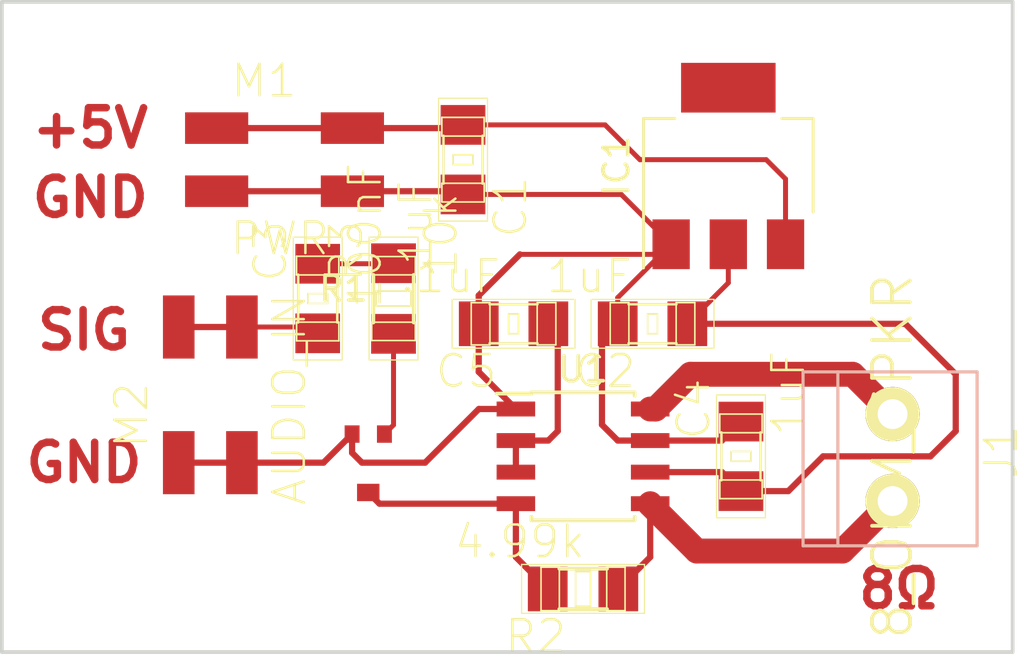
<source format=kicad_pcb>
(kicad_pcb (version 4) (host pcbnew 4.0.6)

  (general
    (links 28)
    (no_connects 0)
    (area 146.228999 112.446999 187.94852 139.5158)
    (thickness 1.6)
    (drawings 9)
    (tracks 73)
    (zones 0)
    (modules 13)
    (nets 11)
  )

  (page A4)
  (layers
    (0 F.Cu signal)
    (31 B.Cu signal)
    (32 B.Adhes user)
    (33 F.Adhes user)
    (34 B.Paste user)
    (35 F.Paste user)
    (36 B.SilkS user)
    (37 F.SilkS user)
    (38 B.Mask user)
    (39 F.Mask user)
    (40 Dwgs.User user)
    (41 Cmts.User user)
    (42 Eco1.User user)
    (43 Eco2.User user)
    (44 Edge.Cuts user)
    (45 Margin user)
    (46 B.CrtYd user)
    (47 F.CrtYd user)
    (48 B.Fab user)
    (49 F.Fab user)
  )

  (setup
    (last_trace_width 0.2)
    (trace_clearance 0.4)
    (zone_clearance 0.508)
    (zone_45_only no)
    (trace_min 0.2)
    (segment_width 0.2)
    (edge_width 0.15)
    (via_size 0.6)
    (via_drill 0.4)
    (via_min_size 0.4)
    (via_min_drill 0.3)
    (uvia_size 0.3)
    (uvia_drill 0.1)
    (uvias_allowed no)
    (uvia_min_size 0.2)
    (uvia_min_drill 0.1)
    (pcb_text_width 0.3)
    (pcb_text_size 1.5 1.5)
    (mod_edge_width 0.15)
    (mod_text_size 1 1)
    (mod_text_width 0.15)
    (pad_size 2 1.5)
    (pad_drill 0)
    (pad_to_mask_clearance 0.2)
    (aux_axis_origin 0 0)
    (visible_elements FFFFFF3F)
    (pcbplotparams
      (layerselection 0x00030_80000001)
      (usegerberextensions false)
      (excludeedgelayer true)
      (linewidth 0.100000)
      (plotframeref false)
      (viasonmask false)
      (mode 1)
      (useauxorigin false)
      (hpglpennumber 1)
      (hpglpenspeed 20)
      (hpglpendiameter 15)
      (hpglpenoverlay 2)
      (psnegative false)
      (psa4output false)
      (plotreference true)
      (plotvalue true)
      (plotinvisibletext false)
      (padsonsilk false)
      (subtractmaskfromsilk false)
      (outputformat 1)
      (mirror false)
      (drillshape 1)
      (scaleselection 1)
      (outputdirectory ""))
  )

  (net 0 "")
  (net 1 /SIG)
  (net 2 VCC)
  (net 3 GND)
  (net 4 /-)
  (net 5 /Vo1)
  (net 6 /+)
  (net 7 /Vo2)
  (net 8 +5V)
  (net 9 "Net-(C3-Pad2)")
  (net 10 "Net-(R1-Pad1)")

  (net_class Default "This is the default net class."
    (clearance 0.4)
    (trace_width 0.2)
    (via_dia 0.6)
    (via_drill 0.4)
    (uvia_dia 0.3)
    (uvia_drill 0.1)
    (add_net +5V)
    (add_net /+)
    (add_net /-)
    (add_net /SIG)
    (add_net /Vo1)
    (add_net /Vo2)
    (add_net GND)
    (add_net "Net-(C3-Pad2)")
    (add_net "Net-(R1-Pad1)")
    (add_net VCC)
  )

  (module fab:fab-C1206 (layer F.Cu) (tedit 200000) (tstamp 5A2D6FBC)
    (at 164.846 118.872 270)
    (descr CAPACITOR)
    (tags CAPACITOR)
    (path /5A2D678F)
    (attr smd)
    (fp_text reference C1 (at 1.905 -1.905 270) (layer F.SilkS)
      (effects (font (size 1.27 1.27) (thickness 0.1016)))
    )
    (fp_text value 1uF (at 2.54 1.905 270) (layer F.SilkS)
      (effects (font (size 1.27 1.27) (thickness 0.1016)))
    )
    (fp_line (start -1.7018 0.8509) (end -0.94996 0.8509) (layer F.SilkS) (width 0.06604))
    (fp_line (start -0.94996 0.8509) (end -0.94996 -0.84836) (layer F.SilkS) (width 0.06604))
    (fp_line (start -1.7018 -0.84836) (end -0.94996 -0.84836) (layer F.SilkS) (width 0.06604))
    (fp_line (start -1.7018 0.8509) (end -1.7018 -0.84836) (layer F.SilkS) (width 0.06604))
    (fp_line (start 0.94996 0.84836) (end 1.7018 0.84836) (layer F.SilkS) (width 0.06604))
    (fp_line (start 1.7018 0.84836) (end 1.7018 -0.8509) (layer F.SilkS) (width 0.06604))
    (fp_line (start 0.94996 -0.8509) (end 1.7018 -0.8509) (layer F.SilkS) (width 0.06604))
    (fp_line (start 0.94996 0.84836) (end 0.94996 -0.8509) (layer F.SilkS) (width 0.06604))
    (fp_line (start -0.19812 0.39878) (end 0.19812 0.39878) (layer F.SilkS) (width 0.06604))
    (fp_line (start 0.19812 0.39878) (end 0.19812 -0.39878) (layer F.SilkS) (width 0.06604))
    (fp_line (start -0.19812 -0.39878) (end 0.19812 -0.39878) (layer F.SilkS) (width 0.06604))
    (fp_line (start -0.19812 0.39878) (end -0.19812 -0.39878) (layer F.SilkS) (width 0.06604))
    (fp_line (start -2.47142 -0.98298) (end 2.47142 -0.98298) (layer F.SilkS) (width 0.0508))
    (fp_line (start 2.47142 0.98298) (end -2.47142 0.98298) (layer F.SilkS) (width 0.0508))
    (fp_line (start -2.47142 0.98298) (end -2.47142 -0.98298) (layer F.SilkS) (width 0.0508))
    (fp_line (start 2.47142 -0.98298) (end 2.47142 0.98298) (layer F.SilkS) (width 0.0508))
    (fp_line (start -0.96266 -0.78486) (end 0.96266 -0.78486) (layer F.SilkS) (width 0.1016))
    (fp_line (start -0.96266 0.78486) (end 0.96266 0.78486) (layer F.SilkS) (width 0.1016))
    (pad 1 smd rect (at -1.39954 0 270) (size 1.59766 1.79832) (layers F.Cu F.Paste F.Mask)
      (net 8 +5V))
    (pad 2 smd rect (at 1.39954 0 270) (size 1.59766 1.79832) (layers F.Cu F.Paste F.Mask)
      (net 3 GND))
  )

  (module fab:fab-C1206 (layer F.Cu) (tedit 200000) (tstamp 5A2D6FC2)
    (at 172.466 125.476 180)
    (descr CAPACITOR)
    (tags CAPACITOR)
    (path /5A2D6B8C)
    (attr smd)
    (fp_text reference C2 (at 1.905 -1.905 180) (layer F.SilkS)
      (effects (font (size 1.27 1.27) (thickness 0.1016)))
    )
    (fp_text value 1uF (at 2.54 1.905 180) (layer F.SilkS)
      (effects (font (size 1.27 1.27) (thickness 0.1016)))
    )
    (fp_line (start -1.7018 0.8509) (end -0.94996 0.8509) (layer F.SilkS) (width 0.06604))
    (fp_line (start -0.94996 0.8509) (end -0.94996 -0.84836) (layer F.SilkS) (width 0.06604))
    (fp_line (start -1.7018 -0.84836) (end -0.94996 -0.84836) (layer F.SilkS) (width 0.06604))
    (fp_line (start -1.7018 0.8509) (end -1.7018 -0.84836) (layer F.SilkS) (width 0.06604))
    (fp_line (start 0.94996 0.84836) (end 1.7018 0.84836) (layer F.SilkS) (width 0.06604))
    (fp_line (start 1.7018 0.84836) (end 1.7018 -0.8509) (layer F.SilkS) (width 0.06604))
    (fp_line (start 0.94996 -0.8509) (end 1.7018 -0.8509) (layer F.SilkS) (width 0.06604))
    (fp_line (start 0.94996 0.84836) (end 0.94996 -0.8509) (layer F.SilkS) (width 0.06604))
    (fp_line (start -0.19812 0.39878) (end 0.19812 0.39878) (layer F.SilkS) (width 0.06604))
    (fp_line (start 0.19812 0.39878) (end 0.19812 -0.39878) (layer F.SilkS) (width 0.06604))
    (fp_line (start -0.19812 -0.39878) (end 0.19812 -0.39878) (layer F.SilkS) (width 0.06604))
    (fp_line (start -0.19812 0.39878) (end -0.19812 -0.39878) (layer F.SilkS) (width 0.06604))
    (fp_line (start -2.47142 -0.98298) (end 2.47142 -0.98298) (layer F.SilkS) (width 0.0508))
    (fp_line (start 2.47142 0.98298) (end -2.47142 0.98298) (layer F.SilkS) (width 0.0508))
    (fp_line (start -2.47142 0.98298) (end -2.47142 -0.98298) (layer F.SilkS) (width 0.0508))
    (fp_line (start 2.47142 -0.98298) (end 2.47142 0.98298) (layer F.SilkS) (width 0.0508))
    (fp_line (start -0.96266 -0.78486) (end 0.96266 -0.78486) (layer F.SilkS) (width 0.1016))
    (fp_line (start -0.96266 0.78486) (end 0.96266 0.78486) (layer F.SilkS) (width 0.1016))
    (pad 1 smd rect (at -1.39954 0 180) (size 1.59766 1.79832) (layers F.Cu F.Paste F.Mask)
      (net 2 VCC))
    (pad 2 smd rect (at 1.39954 0 180) (size 1.59766 1.79832) (layers F.Cu F.Paste F.Mask)
      (net 3 GND))
  )

  (module fab:fab-C1206 (layer F.Cu) (tedit 200000) (tstamp 5A2D6FC8)
    (at 159.004 124.46 90)
    (descr CAPACITOR)
    (tags CAPACITOR)
    (path /5A25B210)
    (attr smd)
    (fp_text reference C3 (at 1.905 -1.905 90) (layer F.SilkS)
      (effects (font (size 1.27 1.27) (thickness 0.1016)))
    )
    (fp_text value 100nF (at 2.54 1.905 90) (layer F.SilkS)
      (effects (font (size 1.27 1.27) (thickness 0.1016)))
    )
    (fp_line (start -1.7018 0.8509) (end -0.94996 0.8509) (layer F.SilkS) (width 0.06604))
    (fp_line (start -0.94996 0.8509) (end -0.94996 -0.84836) (layer F.SilkS) (width 0.06604))
    (fp_line (start -1.7018 -0.84836) (end -0.94996 -0.84836) (layer F.SilkS) (width 0.06604))
    (fp_line (start -1.7018 0.8509) (end -1.7018 -0.84836) (layer F.SilkS) (width 0.06604))
    (fp_line (start 0.94996 0.84836) (end 1.7018 0.84836) (layer F.SilkS) (width 0.06604))
    (fp_line (start 1.7018 0.84836) (end 1.7018 -0.8509) (layer F.SilkS) (width 0.06604))
    (fp_line (start 0.94996 -0.8509) (end 1.7018 -0.8509) (layer F.SilkS) (width 0.06604))
    (fp_line (start 0.94996 0.84836) (end 0.94996 -0.8509) (layer F.SilkS) (width 0.06604))
    (fp_line (start -0.19812 0.39878) (end 0.19812 0.39878) (layer F.SilkS) (width 0.06604))
    (fp_line (start 0.19812 0.39878) (end 0.19812 -0.39878) (layer F.SilkS) (width 0.06604))
    (fp_line (start -0.19812 -0.39878) (end 0.19812 -0.39878) (layer F.SilkS) (width 0.06604))
    (fp_line (start -0.19812 0.39878) (end -0.19812 -0.39878) (layer F.SilkS) (width 0.06604))
    (fp_line (start -2.47142 -0.98298) (end 2.47142 -0.98298) (layer F.SilkS) (width 0.0508))
    (fp_line (start 2.47142 0.98298) (end -2.47142 0.98298) (layer F.SilkS) (width 0.0508))
    (fp_line (start -2.47142 0.98298) (end -2.47142 -0.98298) (layer F.SilkS) (width 0.0508))
    (fp_line (start 2.47142 -0.98298) (end 2.47142 0.98298) (layer F.SilkS) (width 0.0508))
    (fp_line (start -0.96266 -0.78486) (end 0.96266 -0.78486) (layer F.SilkS) (width 0.1016))
    (fp_line (start -0.96266 0.78486) (end 0.96266 0.78486) (layer F.SilkS) (width 0.1016))
    (pad 1 smd rect (at -1.39954 0 90) (size 1.59766 1.79832) (layers F.Cu F.Paste F.Mask)
      (net 1 /SIG))
    (pad 2 smd rect (at 1.39954 0 90) (size 1.59766 1.79832) (layers F.Cu F.Paste F.Mask)
      (net 9 "Net-(C3-Pad2)"))
  )

  (module fab:fab-C1206 (layer F.Cu) (tedit 200000) (tstamp 5A2D6FCE)
    (at 176.022 130.81 90)
    (descr CAPACITOR)
    (tags CAPACITOR)
    (path /5A25B311)
    (attr smd)
    (fp_text reference C4 (at 1.905 -1.905 90) (layer F.SilkS)
      (effects (font (size 1.27 1.27) (thickness 0.1016)))
    )
    (fp_text value 1uF (at 2.54 1.905 90) (layer F.SilkS)
      (effects (font (size 1.27 1.27) (thickness 0.1016)))
    )
    (fp_line (start -1.7018 0.8509) (end -0.94996 0.8509) (layer F.SilkS) (width 0.06604))
    (fp_line (start -0.94996 0.8509) (end -0.94996 -0.84836) (layer F.SilkS) (width 0.06604))
    (fp_line (start -1.7018 -0.84836) (end -0.94996 -0.84836) (layer F.SilkS) (width 0.06604))
    (fp_line (start -1.7018 0.8509) (end -1.7018 -0.84836) (layer F.SilkS) (width 0.06604))
    (fp_line (start 0.94996 0.84836) (end 1.7018 0.84836) (layer F.SilkS) (width 0.06604))
    (fp_line (start 1.7018 0.84836) (end 1.7018 -0.8509) (layer F.SilkS) (width 0.06604))
    (fp_line (start 0.94996 -0.8509) (end 1.7018 -0.8509) (layer F.SilkS) (width 0.06604))
    (fp_line (start 0.94996 0.84836) (end 0.94996 -0.8509) (layer F.SilkS) (width 0.06604))
    (fp_line (start -0.19812 0.39878) (end 0.19812 0.39878) (layer F.SilkS) (width 0.06604))
    (fp_line (start 0.19812 0.39878) (end 0.19812 -0.39878) (layer F.SilkS) (width 0.06604))
    (fp_line (start -0.19812 -0.39878) (end 0.19812 -0.39878) (layer F.SilkS) (width 0.06604))
    (fp_line (start -0.19812 0.39878) (end -0.19812 -0.39878) (layer F.SilkS) (width 0.06604))
    (fp_line (start -2.47142 -0.98298) (end 2.47142 -0.98298) (layer F.SilkS) (width 0.0508))
    (fp_line (start 2.47142 0.98298) (end -2.47142 0.98298) (layer F.SilkS) (width 0.0508))
    (fp_line (start -2.47142 0.98298) (end -2.47142 -0.98298) (layer F.SilkS) (width 0.0508))
    (fp_line (start 2.47142 -0.98298) (end 2.47142 0.98298) (layer F.SilkS) (width 0.0508))
    (fp_line (start -0.96266 -0.78486) (end 0.96266 -0.78486) (layer F.SilkS) (width 0.1016))
    (fp_line (start -0.96266 0.78486) (end 0.96266 0.78486) (layer F.SilkS) (width 0.1016))
    (pad 1 smd rect (at -1.39954 0 90) (size 1.59766 1.79832) (layers F.Cu F.Paste F.Mask)
      (net 2 VCC))
    (pad 2 smd rect (at 1.39954 0 90) (size 1.59766 1.79832) (layers F.Cu F.Paste F.Mask)
      (net 3 GND))
  )

  (module fab:fab-C1206 (layer F.Cu) (tedit 200000) (tstamp 5A2D6FD4)
    (at 166.878 125.476 180)
    (descr CAPACITOR)
    (tags CAPACITOR)
    (path /5A25B627)
    (attr smd)
    (fp_text reference C5 (at 1.905 -1.905 180) (layer F.SilkS)
      (effects (font (size 1.27 1.27) (thickness 0.1016)))
    )
    (fp_text value .1uF (at 2.54 1.905 180) (layer F.SilkS)
      (effects (font (size 1.27 1.27) (thickness 0.1016)))
    )
    (fp_line (start -1.7018 0.8509) (end -0.94996 0.8509) (layer F.SilkS) (width 0.06604))
    (fp_line (start -0.94996 0.8509) (end -0.94996 -0.84836) (layer F.SilkS) (width 0.06604))
    (fp_line (start -1.7018 -0.84836) (end -0.94996 -0.84836) (layer F.SilkS) (width 0.06604))
    (fp_line (start -1.7018 0.8509) (end -1.7018 -0.84836) (layer F.SilkS) (width 0.06604))
    (fp_line (start 0.94996 0.84836) (end 1.7018 0.84836) (layer F.SilkS) (width 0.06604))
    (fp_line (start 1.7018 0.84836) (end 1.7018 -0.8509) (layer F.SilkS) (width 0.06604))
    (fp_line (start 0.94996 -0.8509) (end 1.7018 -0.8509) (layer F.SilkS) (width 0.06604))
    (fp_line (start 0.94996 0.84836) (end 0.94996 -0.8509) (layer F.SilkS) (width 0.06604))
    (fp_line (start -0.19812 0.39878) (end 0.19812 0.39878) (layer F.SilkS) (width 0.06604))
    (fp_line (start 0.19812 0.39878) (end 0.19812 -0.39878) (layer F.SilkS) (width 0.06604))
    (fp_line (start -0.19812 -0.39878) (end 0.19812 -0.39878) (layer F.SilkS) (width 0.06604))
    (fp_line (start -0.19812 0.39878) (end -0.19812 -0.39878) (layer F.SilkS) (width 0.06604))
    (fp_line (start -2.47142 -0.98298) (end 2.47142 -0.98298) (layer F.SilkS) (width 0.0508))
    (fp_line (start 2.47142 0.98298) (end -2.47142 0.98298) (layer F.SilkS) (width 0.0508))
    (fp_line (start -2.47142 0.98298) (end -2.47142 -0.98298) (layer F.SilkS) (width 0.0508))
    (fp_line (start 2.47142 -0.98298) (end 2.47142 0.98298) (layer F.SilkS) (width 0.0508))
    (fp_line (start -0.96266 -0.78486) (end 0.96266 -0.78486) (layer F.SilkS) (width 0.1016))
    (fp_line (start -0.96266 0.78486) (end 0.96266 0.78486) (layer F.SilkS) (width 0.1016))
    (pad 1 smd rect (at -1.39954 0 180) (size 1.59766 1.79832) (layers F.Cu F.Paste F.Mask)
      (net 6 /+))
    (pad 2 smd rect (at 1.39954 0 180) (size 1.59766 1.79832) (layers F.Cu F.Paste F.Mask)
      (net 3 GND))
  )

  (module TO_SOT_Packages_SMD:SOT-223 (layer F.Cu) (tedit 5A317C20) (tstamp 5A2D6FEA)
    (at 175.514 119.126 90)
    (descr "module CMS SOT223 4 pins")
    (tags "CMS SOT")
    (path /5A2D659D)
    (attr smd)
    (fp_text reference IC1 (at 0 -4.5 90) (layer F.SilkS)
      (effects (font (size 1 1) (thickness 0.15)))
    )
    (fp_text value 3.3V (at 0 4.5 90) (layer F.Fab)
      (effects (font (size 1 1) (thickness 0.15)))
    )
    (fp_text user %R (at 0 0 180) (layer F.Fab)
      (effects (font (size 0.8 0.8) (thickness 0.12)))
    )
    (fp_line (start -1.85 -2.3) (end -0.8 -3.35) (layer F.Fab) (width 0.1))
    (fp_line (start 1.91 3.41) (end 1.91 2.15) (layer F.SilkS) (width 0.12))
    (fp_line (start 1.91 -3.41) (end 1.91 -2.15) (layer F.SilkS) (width 0.12))
    (fp_line (start 4.4 -3.6) (end -4.4 -3.6) (layer F.CrtYd) (width 0.05))
    (fp_line (start 4.4 3.6) (end 4.4 -3.6) (layer F.CrtYd) (width 0.05))
    (fp_line (start -4.4 3.6) (end 4.4 3.6) (layer F.CrtYd) (width 0.05))
    (fp_line (start -4.4 -3.6) (end -4.4 3.6) (layer F.CrtYd) (width 0.05))
    (fp_line (start -1.85 -2.3) (end -1.85 3.35) (layer F.Fab) (width 0.1))
    (fp_line (start -1.85 3.41) (end 1.91 3.41) (layer F.SilkS) (width 0.12))
    (fp_line (start -0.8 -3.35) (end 1.85 -3.35) (layer F.Fab) (width 0.1))
    (fp_line (start -4.1 -3.41) (end 1.91 -3.41) (layer F.SilkS) (width 0.12))
    (fp_line (start -1.85 3.35) (end 1.85 3.35) (layer F.Fab) (width 0.1))
    (fp_line (start 1.85 -3.35) (end 1.85 3.35) (layer F.Fab) (width 0.1))
    (pad 4 smd rect (at 3.15 0 90) (size 2 3.8) (layers F.Cu F.Paste F.Mask))
    (pad 1 smd rect (at -3.15 0 90) (size 2 1.5) (layers F.Cu F.Paste F.Mask)
      (net 2 VCC))
    (pad 2 smd rect (at -3.15 2.3 90) (size 2 1.5) (layers F.Cu F.Paste F.Mask)
      (net 8 +5V))
    (pad 3 smd rect (at -3.15 -2.3 90) (size 2 1.5) (layers F.Cu F.Paste F.Mask)
      (net 3 GND))
    (model ${KISYS3DMOD}/TO_SOT_Packages_SMD.3dshapes/SOT-223.wrl
      (at (xyz 0 0 0))
      (scale (xyz 1 1 1))
      (rotate (xyz 0 0 0))
    )
  )

  (module fab:fab-ED555DS-2DS (layer F.Cu) (tedit 200000) (tstamp 5A2D6FF0)
    (at 182.118 130.81 270)
    (path /5A25B05B)
    (attr virtual)
    (fp_text reference J1 (at -0.17272 -4.36372 450) (layer F.SilkS)
      (effects (font (size 1.27 1.27) (thickness 0.1016)))
    )
    (fp_text value 8_OHM_SPKR (at 0 0 270) (layer F.SilkS)
      (effects (font (thickness 0.15)))
    )
    (fp_line (start -3.39852 -3.39852) (end -3.39852 2.19964) (layer B.SilkS) (width 0.127))
    (fp_line (start -3.39852 2.19964) (end -3.39852 3.59918) (layer B.SilkS) (width 0.127))
    (fp_line (start -3.39852 3.59918) (end 3.59918 3.59918) (layer B.SilkS) (width 0.127))
    (fp_line (start 3.59918 3.59918) (end 3.59918 2.19964) (layer B.SilkS) (width 0.127))
    (fp_line (start 3.59918 2.19964) (end 3.59918 -3.39852) (layer B.SilkS) (width 0.127))
    (fp_line (start 3.59918 -3.39852) (end -3.39852 -3.39852) (layer B.SilkS) (width 0.127))
    (fp_line (start -3.39852 2.19964) (end 3.59918 2.19964) (layer B.SilkS) (width 0.127))
    (pad 1 thru_hole circle (at 1.79832 0 270) (size 2.18186 2.18186) (drill 1.19888) (layers *.Cu F.Paste F.SilkS F.Mask)
      (net 5 /Vo1))
    (pad 2 thru_hole circle (at -1.69926 0 270) (size 2.18186 2.18186) (drill 1.19888) (layers *.Cu F.Paste F.SilkS F.Mask)
      (net 7 /Vo2))
  )

  (module fab:fab-2X02SMD (layer F.Cu) (tedit 200000) (tstamp 5A2D6FF8)
    (at 157.48 118.872)
    (path /5A2D66AF)
    (attr smd)
    (fp_text reference M1 (at -0.635 -3.175) (layer F.SilkS)
      (effects (font (size 1.27 1.27) (thickness 0.1016)))
    )
    (fp_text value PWR (at 0 3.175) (layer F.SilkS)
      (effects (font (size 1.27 1.27) (thickness 0.1016)))
    )
    (pad 1 smd rect (at -2.54 -1.27) (size 2.54 1.27) (layers F.Cu F.Paste F.Mask)
      (net 8 +5V))
    (pad 2 smd rect (at 2.91846 -1.27) (size 2.54 1.27) (layers F.Cu F.Paste F.Mask)
      (net 8 +5V))
    (pad 3 smd rect (at -2.54 1.27) (size 2.54 1.27) (layers F.Cu F.Paste F.Mask)
      (net 3 GND))
    (pad 4 smd rect (at 2.91846 1.27) (size 2.54 1.27) (layers F.Cu F.Paste F.Mask)
      (net 3 GND))
  )

  (module fab:fab-2X02SMD (layer F.Cu) (tedit 200000) (tstamp 5A2D7000)
    (at 154.686 128.524 90)
    (path /5A25B0D3)
    (attr smd)
    (fp_text reference M2 (at -0.635 -3.175 90) (layer F.SilkS)
      (effects (font (size 1.27 1.27) (thickness 0.1016)))
    )
    (fp_text value AUDIO_IN (at 0 3.175 90) (layer F.SilkS)
      (effects (font (size 1.27 1.27) (thickness 0.1016)))
    )
    (pad 1 smd rect (at -2.54 -1.27 90) (size 2.54 1.27) (layers F.Cu F.Paste F.Mask)
      (net 3 GND))
    (pad 2 smd rect (at 2.91846 -1.27 90) (size 2.54 1.27) (layers F.Cu F.Paste F.Mask)
      (net 1 /SIG))
    (pad 3 smd rect (at -2.54 1.27 90) (size 2.54 1.27) (layers F.Cu F.Paste F.Mask)
      (net 3 GND))
    (pad 4 smd rect (at 2.91846 1.27 90) (size 2.54 1.27) (layers F.Cu F.Paste F.Mask)
      (net 1 /SIG))
  )

  (module fab:fab-R1206 (layer F.Cu) (tedit 200000) (tstamp 5A2D7014)
    (at 169.672 136.144 180)
    (descr RESISTOR)
    (tags RESISTOR)
    (path /5A25B427)
    (attr smd)
    (fp_text reference R2 (at 1.905 -1.905 180) (layer F.SilkS)
      (effects (font (size 1.27 1.27) (thickness 0.1016)))
    )
    (fp_text value 4.99k (at 2.54 1.905 180) (layer F.SilkS)
      (effects (font (size 1.27 1.27) (thickness 0.1016)))
    )
    (fp_line (start -1.6891 0.8763) (end -0.9525 0.8763) (layer F.SilkS) (width 0.06604))
    (fp_line (start -0.9525 0.8763) (end -0.9525 -0.8763) (layer F.SilkS) (width 0.06604))
    (fp_line (start -1.6891 -0.8763) (end -0.9525 -0.8763) (layer F.SilkS) (width 0.06604))
    (fp_line (start -1.6891 0.8763) (end -1.6891 -0.8763) (layer F.SilkS) (width 0.06604))
    (fp_line (start 0.9525 0.8763) (end 1.6891 0.8763) (layer F.SilkS) (width 0.06604))
    (fp_line (start 1.6891 0.8763) (end 1.6891 -0.8763) (layer F.SilkS) (width 0.06604))
    (fp_line (start 0.9525 -0.8763) (end 1.6891 -0.8763) (layer F.SilkS) (width 0.06604))
    (fp_line (start 0.9525 0.8763) (end 0.9525 -0.8763) (layer F.SilkS) (width 0.06604))
    (fp_line (start -0.29972 0.6985) (end 0.29972 0.6985) (layer F.SilkS) (width 0.06604))
    (fp_line (start 0.29972 0.6985) (end 0.29972 -0.6985) (layer F.SilkS) (width 0.06604))
    (fp_line (start -0.29972 -0.6985) (end 0.29972 -0.6985) (layer F.SilkS) (width 0.06604))
    (fp_line (start -0.29972 0.6985) (end -0.29972 -0.6985) (layer F.SilkS) (width 0.06604))
    (fp_line (start 0.9525 0.8128) (end -0.9652 0.8128) (layer F.SilkS) (width 0.1524))
    (fp_line (start 0.9525 -0.8128) (end -0.9652 -0.8128) (layer F.SilkS) (width 0.1524))
    (fp_line (start -2.47142 -0.98298) (end 2.47142 -0.98298) (layer F.SilkS) (width 0.0508))
    (fp_line (start 2.47142 -0.98298) (end 2.47142 0.98298) (layer F.SilkS) (width 0.0508))
    (fp_line (start 2.47142 0.98298) (end -2.47142 0.98298) (layer F.SilkS) (width 0.0508))
    (fp_line (start -2.47142 0.98298) (end -2.47142 -0.98298) (layer F.SilkS) (width 0.0508))
    (pad 1 smd rect (at -1.41986 0 180) (size 1.59766 1.80086) (layers F.Cu F.Paste F.Mask)
      (net 5 /Vo1))
    (pad 2 smd rect (at 1.41986 0 180) (size 1.59766 1.80086) (layers F.Cu F.Paste F.Mask)
      (net 4 /-))
  )

  (module Housings_SOIC:SOIC-8_3.9x4.9mm_Pitch1.27mm (layer F.Cu) (tedit 58CD0CDA) (tstamp 5A2D7020)
    (at 169.672 130.81)
    (descr "8-Lead Plastic Small Outline (SN) - Narrow, 3.90 mm Body [SOIC] (see Microchip Packaging Specification 00000049BS.pdf)")
    (tags "SOIC 1.27")
    (path /5A25B00C)
    (attr smd)
    (fp_text reference U1 (at 0 -3.5) (layer F.SilkS)
      (effects (font (size 1 1) (thickness 0.15)))
    )
    (fp_text value LM4871 (at 0 3.5) (layer F.Fab)
      (effects (font (size 1 1) (thickness 0.15)))
    )
    (fp_text user %R (at 0 0) (layer F.Fab)
      (effects (font (size 1 1) (thickness 0.15)))
    )
    (fp_line (start -0.95 -2.45) (end 1.95 -2.45) (layer F.Fab) (width 0.1))
    (fp_line (start 1.95 -2.45) (end 1.95 2.45) (layer F.Fab) (width 0.1))
    (fp_line (start 1.95 2.45) (end -1.95 2.45) (layer F.Fab) (width 0.1))
    (fp_line (start -1.95 2.45) (end -1.95 -1.45) (layer F.Fab) (width 0.1))
    (fp_line (start -1.95 -1.45) (end -0.95 -2.45) (layer F.Fab) (width 0.1))
    (fp_line (start -3.73 -2.7) (end -3.73 2.7) (layer F.CrtYd) (width 0.05))
    (fp_line (start 3.73 -2.7) (end 3.73 2.7) (layer F.CrtYd) (width 0.05))
    (fp_line (start -3.73 -2.7) (end 3.73 -2.7) (layer F.CrtYd) (width 0.05))
    (fp_line (start -3.73 2.7) (end 3.73 2.7) (layer F.CrtYd) (width 0.05))
    (fp_line (start -2.075 -2.575) (end -2.075 -2.525) (layer F.SilkS) (width 0.15))
    (fp_line (start 2.075 -2.575) (end 2.075 -2.43) (layer F.SilkS) (width 0.15))
    (fp_line (start 2.075 2.575) (end 2.075 2.43) (layer F.SilkS) (width 0.15))
    (fp_line (start -2.075 2.575) (end -2.075 2.43) (layer F.SilkS) (width 0.15))
    (fp_line (start -2.075 -2.575) (end 2.075 -2.575) (layer F.SilkS) (width 0.15))
    (fp_line (start -2.075 2.575) (end 2.075 2.575) (layer F.SilkS) (width 0.15))
    (fp_line (start -2.075 -2.525) (end -3.475 -2.525) (layer F.SilkS) (width 0.15))
    (pad 1 smd rect (at -2.7 -1.905) (size 1.55 0.6) (layers F.Cu F.Paste F.Mask)
      (net 3 GND))
    (pad 2 smd rect (at -2.7 -0.635) (size 1.55 0.6) (layers F.Cu F.Paste F.Mask)
      (net 6 /+))
    (pad 3 smd rect (at -2.7 0.635) (size 1.55 0.6) (layers F.Cu F.Paste F.Mask)
      (net 6 /+))
    (pad 4 smd rect (at -2.7 1.905) (size 1.55 0.6) (layers F.Cu F.Paste F.Mask)
      (net 4 /-))
    (pad 5 smd rect (at 2.7 1.905) (size 1.55 0.6) (layers F.Cu F.Paste F.Mask)
      (net 5 /Vo1))
    (pad 6 smd rect (at 2.7 0.635) (size 1.55 0.6) (layers F.Cu F.Paste F.Mask)
      (net 2 VCC))
    (pad 7 smd rect (at 2.7 -0.635) (size 1.55 0.6) (layers F.Cu F.Paste F.Mask)
      (net 3 GND))
    (pad 8 smd rect (at 2.7 -1.905) (size 1.55 0.6) (layers F.Cu F.Paste F.Mask)
      (net 7 /Vo2))
    (model ${KISYS3DMOD}/Housings_SOIC.3dshapes/SOIC-8_3.9x4.9mm_Pitch1.27mm.wrl
      (at (xyz 0 0 0))
      (scale (xyz 1 1 1))
      (rotate (xyz 0 0 0))
    )
  )

  (module sean:POT-PVZ2A (layer F.Cu) (tedit 5A2DC677) (tstamp 5A2DC739)
    (at 161.036 131.064 180)
    (path /5A2D6A27)
    (fp_text reference R1 (at 1 7 180) (layer F.SilkS)
      (effects (font (size 1 1) (thickness 0.15)))
    )
    (fp_text value 10k (at -3 -7 180) (layer F.Fab)
      (effects (font (size 1 1) (thickness 0.15)))
    )
    (pad 3 smd rect (at 0.65 1.15 180) (size 0.6 0.7) (layers F.Cu F.Paste F.Mask)
      (net 3 GND))
    (pad 1 smd rect (at -0.65 1.15 180) (size 0.6 0.7) (layers F.Cu F.Paste F.Mask)
      (net 10 "Net-(R1-Pad1)"))
    (pad 2 smd rect (at 0 -1.2 180) (size 0.9 0.7) (layers F.Cu F.Paste F.Mask)
      (net 4 /-))
  )

  (module fab:fab-R1206 (layer F.Cu) (tedit 200000) (tstamp 5A31888F)
    (at 162.052 124.46 90)
    (descr RESISTOR)
    (tags RESISTOR)
    (path /5A318848)
    (attr smd)
    (fp_text reference R3 (at 1.905 -1.905 90) (layer F.SilkS)
      (effects (font (size 1.27 1.27) (thickness 0.1016)))
    )
    (fp_text value 10k (at 2.54 1.905 90) (layer F.SilkS)
      (effects (font (size 1.27 1.27) (thickness 0.1016)))
    )
    (fp_line (start -1.6891 0.8763) (end -0.9525 0.8763) (layer F.SilkS) (width 0.06604))
    (fp_line (start -0.9525 0.8763) (end -0.9525 -0.8763) (layer F.SilkS) (width 0.06604))
    (fp_line (start -1.6891 -0.8763) (end -0.9525 -0.8763) (layer F.SilkS) (width 0.06604))
    (fp_line (start -1.6891 0.8763) (end -1.6891 -0.8763) (layer F.SilkS) (width 0.06604))
    (fp_line (start 0.9525 0.8763) (end 1.6891 0.8763) (layer F.SilkS) (width 0.06604))
    (fp_line (start 1.6891 0.8763) (end 1.6891 -0.8763) (layer F.SilkS) (width 0.06604))
    (fp_line (start 0.9525 -0.8763) (end 1.6891 -0.8763) (layer F.SilkS) (width 0.06604))
    (fp_line (start 0.9525 0.8763) (end 0.9525 -0.8763) (layer F.SilkS) (width 0.06604))
    (fp_line (start -0.29972 0.6985) (end 0.29972 0.6985) (layer F.SilkS) (width 0.06604))
    (fp_line (start 0.29972 0.6985) (end 0.29972 -0.6985) (layer F.SilkS) (width 0.06604))
    (fp_line (start -0.29972 -0.6985) (end 0.29972 -0.6985) (layer F.SilkS) (width 0.06604))
    (fp_line (start -0.29972 0.6985) (end -0.29972 -0.6985) (layer F.SilkS) (width 0.06604))
    (fp_line (start 0.9525 0.8128) (end -0.9652 0.8128) (layer F.SilkS) (width 0.1524))
    (fp_line (start 0.9525 -0.8128) (end -0.9652 -0.8128) (layer F.SilkS) (width 0.1524))
    (fp_line (start -2.47142 -0.98298) (end 2.47142 -0.98298) (layer F.SilkS) (width 0.0508))
    (fp_line (start 2.47142 -0.98298) (end 2.47142 0.98298) (layer F.SilkS) (width 0.0508))
    (fp_line (start 2.47142 0.98298) (end -2.47142 0.98298) (layer F.SilkS) (width 0.0508))
    (fp_line (start -2.47142 0.98298) (end -2.47142 -0.98298) (layer F.SilkS) (width 0.0508))
    (pad 1 smd rect (at -1.41986 0 90) (size 1.59766 1.80086) (layers F.Cu F.Paste F.Mask)
      (net 10 "Net-(R1-Pad1)"))
    (pad 2 smd rect (at 1.41986 0 90) (size 1.59766 1.80086) (layers F.Cu F.Paste F.Mask)
      (net 9 "Net-(C3-Pad2)"))
  )

  (gr_line (start 146.304 112.522) (end 146.304 138.684) (angle 90) (layer Edge.Cuts) (width 0.15))
  (gr_line (start 186.944 112.522) (end 146.304 112.522) (angle 90) (layer Edge.Cuts) (width 0.15))
  (gr_line (start 186.944 138.684) (end 186.944 112.522) (angle 90) (layer Edge.Cuts) (width 0.15))
  (gr_line (start 186.944 138.684) (end 146.304 138.684) (angle 90) (layer Edge.Cuts) (width 0.15))
  (gr_text 8Ω (at 182.372 136.144) (layer F.Cu)
    (effects (font (size 1.5 1.5) (thickness 0.3)))
  )
  (gr_text GND (at 149.606 131.064) (layer F.Cu)
    (effects (font (size 1.5 1.5) (thickness 0.3)))
  )
  (gr_text SIG (at 149.606 125.73) (layer F.Cu)
    (effects (font (size 1.5 1.5) (thickness 0.3)))
  )
  (gr_text GND (at 149.86 120.396) (layer F.Cu)
    (effects (font (size 1.5 1.5) (thickness 0.3)))
  )
  (gr_text +5V (at 149.86 117.602) (layer F.Cu)
    (effects (font (size 1.5 1.5) (thickness 0.3)))
  )

  (segment (start 155.956 125.60554) (end 158.75 125.60554) (width 0.2) (layer F.Cu) (net 1) (status C00000))
  (segment (start 158.75 125.60554) (end 159.004 125.85954) (width 0.2) (layer F.Cu) (net 1) (tstamp 5A31892C) (status C00000))
  (segment (start 153.416 125.60554) (end 155.956 125.60554) (width 0.25) (layer F.Cu) (net 1))
  (segment (start 175.514 122.276) (end 175.514 123.82754) (width 0.2) (layer F.Cu) (net 2))
  (segment (start 175.514 123.82754) (end 173.86554 125.476) (width 0.2) (layer F.Cu) (net 2) (tstamp 5A317D61))
  (segment (start 173.86554 125.476) (end 182.626 125.476) (width 0.25) (layer F.Cu) (net 2))
  (segment (start 177.92446 132.20954) (end 176.022 132.20954) (width 0.25) (layer F.Cu) (net 2) (tstamp 5A2D7ACB))
  (segment (start 179.324 130.81) (end 177.92446 132.20954) (width 0.25) (layer F.Cu) (net 2) (tstamp 5A2D7AC9))
  (segment (start 183.642 130.81) (end 179.324 130.81) (width 0.25) (layer F.Cu) (net 2) (tstamp 5A2D7AC7))
  (segment (start 184.658 129.794) (end 183.642 130.81) (width 0.25) (layer F.Cu) (net 2) (tstamp 5A2D7AC5))
  (segment (start 184.658 127.508) (end 184.658 129.794) (width 0.25) (layer F.Cu) (net 2) (tstamp 5A2D7AC3))
  (segment (start 182.626 125.476) (end 184.658 127.508) (width 0.25) (layer F.Cu) (net 2) (tstamp 5A2D7AC1))
  (segment (start 172.372 131.445) (end 175.25746 131.445) (width 0.25) (layer F.Cu) (net 2))
  (segment (start 175.25746 131.445) (end 176.022 132.20954) (width 0.25) (layer F.Cu) (net 2) (tstamp 5A2D7AB0))
  (segment (start 164.846 120.27154) (end 171.20954 120.27154) (width 0.2) (layer F.Cu) (net 3))
  (segment (start 171.20954 120.27154) (end 173.214 122.276) (width 0.2) (layer F.Cu) (net 3) (tstamp 5A317D65))
  (segment (start 171.06646 125.476) (end 171.06646 124.42354) (width 0.2) (layer F.Cu) (net 3))
  (segment (start 171.06646 124.42354) (end 173.214 122.276) (width 0.2) (layer F.Cu) (net 3) (tstamp 5A317D5D))
  (segment (start 172.808 122.682) (end 167.132 122.682) (width 0.2) (layer F.Cu) (net 3))
  (segment (start 165.47846 124.33554) (end 167.132 122.682) (width 0.25) (layer F.Cu) (net 3) (tstamp 5A2D7A95))
  (segment (start 165.47846 124.33554) (end 165.47846 125.476) (width 0.25) (layer F.Cu) (net 3))
  (segment (start 172.808 122.682) (end 173.214 122.276) (width 0.2) (layer F.Cu) (net 3) (tstamp 5A317D5A))
  (segment (start 160.39846 120.142) (end 164.71646 120.142) (width 0.25) (layer F.Cu) (net 3))
  (segment (start 154.94 120.142) (end 160.39846 120.142) (width 0.25) (layer F.Cu) (net 3))
  (segment (start 160.386 129.914) (end 160.386 130.668) (width 0.25) (layer F.Cu) (net 3))
  (segment (start 165.481 128.905) (end 166.972 128.905) (width 0.25) (layer F.Cu) (net 3) (tstamp 5A2DC758))
  (segment (start 163.322 131.064) (end 165.481 128.905) (width 0.25) (layer F.Cu) (net 3) (tstamp 5A2DC756))
  (segment (start 160.782 131.064) (end 163.322 131.064) (width 0.25) (layer F.Cu) (net 3) (tstamp 5A2DC755))
  (segment (start 160.386 130.668) (end 160.782 131.064) (width 0.25) (layer F.Cu) (net 3) (tstamp 5A2DC754))
  (segment (start 155.956 131.064) (end 159.236 131.064) (width 0.25) (layer F.Cu) (net 3))
  (segment (start 159.236 131.064) (end 160.386 129.914) (width 0.25) (layer F.Cu) (net 3) (tstamp 5A2DC74C))
  (segment (start 172.372 130.175) (end 175.25746 130.175) (width 0.25) (layer F.Cu) (net 3))
  (segment (start 175.25746 130.175) (end 176.022 129.41046) (width 0.25) (layer F.Cu) (net 3) (tstamp 5A2D7AAD))
  (segment (start 172.372 130.175) (end 171.069 130.175) (width 0.25) (layer F.Cu) (net 3))
  (segment (start 170.434 129.54) (end 170.434 126.10846) (width 0.25) (layer F.Cu) (net 3) (tstamp 5A2D7AA4))
  (segment (start 171.069 130.175) (end 170.434 129.54) (width 0.25) (layer F.Cu) (net 3) (tstamp 5A2D7AA3))
  (segment (start 170.434 126.10846) (end 171.06646 125.476) (width 0.25) (layer F.Cu) (net 3) (tstamp 5A2D7AA5))
  (segment (start 165.47846 125.476) (end 165.47846 127.41146) (width 0.25) (layer F.Cu) (net 3))
  (segment (start 165.47846 127.41146) (end 166.972 128.905) (width 0.25) (layer F.Cu) (net 3) (tstamp 5A2D7A8A))
  (segment (start 153.416 131.064) (end 155.956 131.064) (width 0.25) (layer F.Cu) (net 3))
  (segment (start 164.71646 120.142) (end 164.846 120.27154) (width 0.25) (layer F.Cu) (net 3) (tstamp 5A2D7A4F))
  (segment (start 166.972 132.715) (end 161.487 132.715) (width 0.25) (layer F.Cu) (net 4))
  (segment (start 161.487 132.715) (end 161.036 132.264) (width 0.25) (layer F.Cu) (net 4) (tstamp 5A2DC751))
  (segment (start 166.972 132.715) (end 166.972 134.86386) (width 0.25) (layer F.Cu) (net 4))
  (segment (start 166.972 134.86386) (end 168.25214 136.144) (width 0.25) (layer F.Cu) (net 4) (tstamp 5A2D7A66))
  (segment (start 172.372 132.715) (end 172.372 132.748) (width 1) (layer F.Cu) (net 5))
  (segment (start 172.372 132.748) (end 174.244 134.62) (width 1) (layer F.Cu) (net 5) (tstamp 5A2DD0A1))
  (segment (start 180.10632 134.62) (end 182.118 132.60832) (width 1) (layer F.Cu) (net 5) (tstamp 5A2DD0A3))
  (segment (start 174.244 134.62) (end 180.10632 134.62) (width 1) (layer F.Cu) (net 5) (tstamp 5A2DD0A2))
  (segment (start 172.372 132.715) (end 172.593 132.715) (width 0.25) (layer F.Cu) (net 5))
  (segment (start 172.372 132.715) (end 172.372 134.86386) (width 0.25) (layer F.Cu) (net 5))
  (segment (start 172.372 134.86386) (end 171.09186 136.144) (width 0.25) (layer F.Cu) (net 5) (tstamp 5A2D7A6B))
  (segment (start 166.972 130.175) (end 168.275 130.175) (width 0.25) (layer F.Cu) (net 6))
  (segment (start 168.656 129.794) (end 168.656 125.85446) (width 0.25) (layer F.Cu) (net 6) (tstamp 5A2D7A91))
  (segment (start 168.275 130.175) (end 168.656 129.794) (width 0.25) (layer F.Cu) (net 6) (tstamp 5A2D7A90))
  (segment (start 168.656 125.85446) (end 168.27754 125.476) (width 0.25) (layer F.Cu) (net 6) (tstamp 5A2D7A92))
  (segment (start 166.972 131.445) (end 166.972 130.175) (width 0.25) (layer F.Cu) (net 6))
  (segment (start 172.372 128.905) (end 172.593 128.905) (width 1) (layer F.Cu) (net 7))
  (segment (start 172.593 128.905) (end 173.99 127.508) (width 1) (layer F.Cu) (net 7) (tstamp 5A2DD097))
  (segment (start 173.99 127.508) (end 180.51526 127.508) (width 1) (layer F.Cu) (net 7) (tstamp 5A2DD099))
  (segment (start 180.51526 127.508) (end 182.118 129.11074) (width 1) (layer F.Cu) (net 7) (tstamp 5A2DD09D))
  (segment (start 164.846 117.47246) (end 170.55846 117.47246) (width 0.2) (layer F.Cu) (net 8))
  (segment (start 177.814 119.648) (end 177.814 122.276) (width 0.2) (layer F.Cu) (net 8) (tstamp 5A317D6E))
  (segment (start 177.038 118.872) (end 177.814 119.648) (width 0.2) (layer F.Cu) (net 8) (tstamp 5A317D6D))
  (segment (start 171.958 118.872) (end 177.038 118.872) (width 0.2) (layer F.Cu) (net 8) (tstamp 5A317D6B))
  (segment (start 170.55846 117.47246) (end 171.958 118.872) (width 0.2) (layer F.Cu) (net 8) (tstamp 5A317D69))
  (segment (start 160.39846 117.602) (end 164.71646 117.602) (width 0.25) (layer F.Cu) (net 8))
  (segment (start 154.94 117.602) (end 160.39846 117.602) (width 0.25) (layer F.Cu) (net 8))
  (segment (start 164.71646 117.602) (end 164.846 117.47246) (width 0.25) (layer F.Cu) (net 8) (tstamp 5A2D7A44))
  (segment (start 159.004 123.06046) (end 162.03168 123.06046) (width 0.2) (layer F.Cu) (net 9) (status C00000))
  (segment (start 162.03168 123.06046) (end 162.052 123.04014) (width 0.2) (layer F.Cu) (net 9) (tstamp 5A31892F) (status C00000))
  (segment (start 162.052 125.87986) (end 162.052 129.548) (width 0.2) (layer F.Cu) (net 10) (status 400000))
  (segment (start 162.052 129.548) (end 161.686 129.914) (width 0.2) (layer F.Cu) (net 10) (tstamp 5A318932) (status 800000))

)

</source>
